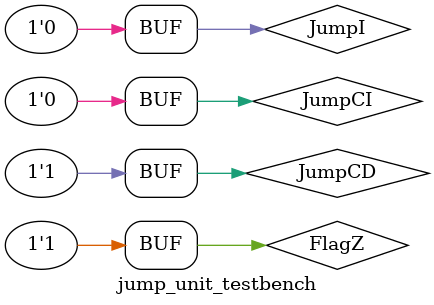
<source format=sv>
module jump_unit_testbench();
	
	logic FlagZ;
	logic JumpCD;
	logic JumpCI;
	logic JumpI;
	logic PCSource;
			
	jump_unit jump(FlagZ, JumpCD, JumpCI, JumpI, PCSource);
	
	initial begin
	
	
		// Memoria, datos con immediato y datos sin immediato
		FlagZ = 0;
		JumpCD = 0;
		JumpCI = 0;
		JumpI = 0;
	
		#40
		
		FlagZ = 1;
		JumpCD = 0;
		JumpCI = 0;
		JumpI = 0;
	
		#40
		
		// Control SI
		FlagZ = 0;
		JumpCD = 0;
		JumpCI = 0;
		JumpI = 1;
	
		#40
		
		FlagZ = 1;
		JumpCD = 0;
		JumpCI = 0;
		JumpI = 1;
			
		#40
		
		// Control SCI
		FlagZ = 0;
		JumpCD = 0;
		JumpCI = 1;
		JumpI = 0;
	
		#40
		
		FlagZ = 1;
		JumpCD = 0;
		JumpCI = 1;
		JumpI = 0;
	
		#40
		
		// Control SCD
		FlagZ = 0;
		JumpCD = 1;
		JumpCI = 0;
		JumpI = 0;
	
		#40
		
		FlagZ = 1;
		JumpCD = 1;
		JumpCI = 0;
		JumpI = 0;
				
	end

endmodule

</source>
